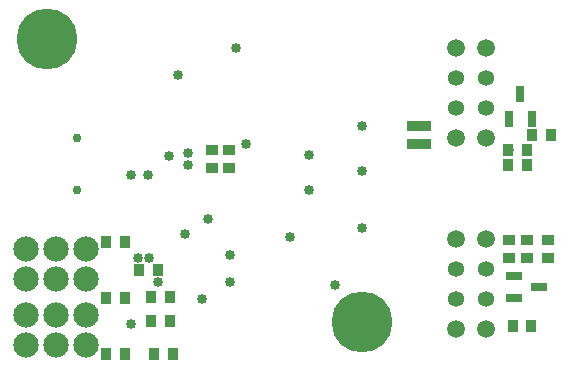
<source format=gbs>
G04*
G04 #@! TF.GenerationSoftware,Altium Limited,Altium Designer,18.1.7 (191)*
G04*
G04 Layer_Color=16711935*
%FSLAX24Y24*%
%MOIN*%
G70*
G01*
G75*
%ADD11R,0.0369X0.0399*%
%ADD15R,0.0399X0.0369*%
%ADD26C,0.0596*%
%ADD27C,0.0535*%
%ADD28C,0.0295*%
%ADD29C,0.0846*%
%ADD30C,0.0335*%
%ADD31C,0.2028*%
%ADD61R,0.0571X0.0295*%
%ADD62R,0.0295X0.0571*%
D11*
X33395Y30305D02*
D03*
X34005D02*
D03*
X33395Y29800D02*
D03*
X34005D02*
D03*
X21595Y23500D02*
D03*
X22205D02*
D03*
X22105Y24600D02*
D03*
X21495D02*
D03*
X21705Y26300D02*
D03*
X21095D02*
D03*
X20605Y23500D02*
D03*
X19995D02*
D03*
Y27250D02*
D03*
X20605D02*
D03*
X34153Y24431D02*
D03*
X33543D02*
D03*
X34805Y30819D02*
D03*
X34195D02*
D03*
X20605Y25376D02*
D03*
X19995D02*
D03*
X21495Y25400D02*
D03*
X22105D02*
D03*
D15*
X30200Y30514D02*
D03*
Y31124D02*
D03*
X30600Y30514D02*
D03*
Y31124D02*
D03*
X34700Y26695D02*
D03*
Y27305D02*
D03*
X24079Y29695D02*
D03*
Y30305D02*
D03*
X23514Y29695D02*
D03*
Y30305D02*
D03*
X34000Y26695D02*
D03*
Y27305D02*
D03*
X33417Y26695D02*
D03*
Y27305D02*
D03*
D26*
X31646Y33709D02*
D03*
Y30709D02*
D03*
X32646D02*
D03*
Y33709D02*
D03*
X31646Y27352D02*
D03*
Y24352D02*
D03*
X32646D02*
D03*
Y27352D02*
D03*
D27*
X31646Y32709D02*
D03*
Y31709D02*
D03*
X32646D02*
D03*
Y32709D02*
D03*
X31646Y26352D02*
D03*
Y25352D02*
D03*
X32646D02*
D03*
Y26352D02*
D03*
D28*
X19000Y28976D02*
D03*
Y30709D02*
D03*
D29*
X19323Y27000D02*
D03*
X18323D02*
D03*
X17323D02*
D03*
X19323Y23800D02*
D03*
X18323D02*
D03*
X17323D02*
D03*
X19323Y24800D02*
D03*
X18323D02*
D03*
X17323D02*
D03*
X19323Y26000D02*
D03*
X18323D02*
D03*
X17323D02*
D03*
D30*
X21055Y26700D02*
D03*
X21400D02*
D03*
X21372Y29472D02*
D03*
X20828D02*
D03*
X22087Y30100D02*
D03*
X22371Y32803D02*
D03*
X24654Y30500D02*
D03*
X24329Y33709D02*
D03*
X27600Y25800D02*
D03*
X21700Y25900D02*
D03*
X23366Y28000D02*
D03*
X22614Y27500D02*
D03*
X28500Y27700D02*
D03*
Y31105D02*
D03*
Y29600D02*
D03*
X22700Y30200D02*
D03*
X24100Y25900D02*
D03*
Y26800D02*
D03*
X22700Y29800D02*
D03*
X34000Y27300D02*
D03*
X20805Y24508D02*
D03*
X26100Y27400D02*
D03*
X34800Y30819D02*
D03*
X33400Y30300D02*
D03*
X23177Y25339D02*
D03*
X26750Y28982D02*
D03*
Y30154D02*
D03*
D31*
X28520Y24562D02*
D03*
X18000Y34000D02*
D03*
D61*
X34413Y25750D02*
D03*
X33587Y26124D02*
D03*
Y25376D02*
D03*
D62*
X33791Y32163D02*
D03*
X33417Y31337D02*
D03*
X34165D02*
D03*
M02*

</source>
